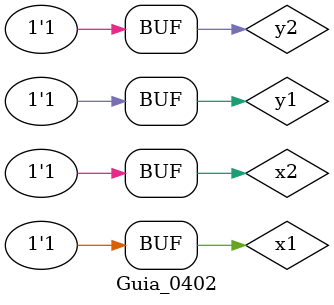
<source format=v>
/* 
Guia_0402.v 
855842 - Mateus Resende Ottoni

iverilog -o Guia_0402.vvp Guia_0402.v
vvp Guia_0402.vvp
*/


// Modulos letra a
module f02a (output s,
             input x1, y1);
       assign s = x1 & ~(~x1 | y1) ;

endmodule

module f02a_s (output s,
             input x1, y1);
       assign s = x1 & ~y1;

endmodule

// Modulos letra b
module f02b (output s,
             input x1, y1);
       assign s = (~x1 | y1) | (~x1 & y1) ;

endmodule

module f02b_s (output s,
             input x1, y1);
       assign s = ~x1 | y1;

endmodule

// Modulos letra c
module f02c (output s,
             input x1, y1);
       assign s = ~(~x1 & ~y1) & (x1 | y1) ;

endmodule

module f02c_s (output s,
             input x1, y1);
       assign s = x1 | y1;

endmodule

// Modulos letra d
module f02d (output s,
             input x2, y2);
       assign s = ~(~x2 & y2) | ~(~x2 | y2);

endmodule

module f02d_s (output s,
             input x2, y2);
       assign s = x2 | ~y2;

endmodule

// Modulos letra e
module f02e (output s,
             input x2, y2);
       assign s = (y2 | ~x2) & ~(~y2 | x2) ;

endmodule

module f02e_s (output s,
             input x2, y2);
       assign s = y2 & ~x2;

endmodule



// Modulo principal
module Guia_0402; 

// Definir dados
reg x1, y1, x2, y2;
wire wa1, wa2, wb1, wb2, wc1, wc2, wd1, wd2, we1, we2;
f02a f02_a (wa1, x1, y1);
f02a_s f02_as (wa2, x1, y1);
f02b f02_b (wb1, x1, y1);
f02b_s f02_bs (wb2, x1, y1);
f02c f02_c (wc1, x1, y1);
f02c_s f02_cs (wc2, x1, y1);
f02d f02_d (wd1, x2, y2);
f02d_s f02_ds (wd2, x2, y2);
f02e f02_e (we1, x2, y2);
f02e_s f02_es (we2, x2, y2);

 initial
  begin
   x1 = 1'b0;
   y1 = 1'b0;
   x2 = 1'b0;
   y2 = 1'b0;
  end


// Main 
initial 
begin : main 

$display ( "Guia_0402" );
$display ( " " );

/*	Mostrar valores e os atualizar quando mudarem (letra a,b e c)		*/
$display ( "Letras a, b e c" );
$display ( "|| x | y || x*(x'+y)' | x*y' || (x'+y)+(x'*y) | x'+y|| (x'*y')'*(x+y) | x+y ||" );
$display ( "||---|---||-----------|------||---------------|-----||----------------|-----||" );
$monitor ( "|| %b | %b ||         %b |   %b  ||             %b |   %b ||              %b |   %b ||",
               x1, y1, wa1, wa2, wb1, wb2, wc1, wc2 );
/*								*/

/*	Atualizar valores (até 3)	*/

#1  y1 = 1'b1;
#1  y1 = 1'b0; x1 = 1'b1;
#1  y1 = 1'b1;
#1

/*					*/



/*	Mostrar valores e os atualizar quando mudarem (letra d e e) 	*/
$display ( " " );
$display ( "Letras d e e " );
$display ( "|| x | y || (x'*y)'+(x'*y)' | x'*y || (y+x')&(y'+x)' | y*x' ||" );
$display ( "||---|---||-----------------|------||----------------|------||" );
$monitor ( "|| %b | %b ||               %b |    %b ||              %b |    %b ||",
               x2, y2, wd1, wd2, we1, we2 );
/*								*/

/*	Atualizar valores (até 3)	*/

#1  y2 = 1'b1;
#1  y2 = 1'b0; x2 = 1'b1;
#1  y2 = 1'b1;

/*					*/

end // main 

endmodule // Guia_0402

</source>
